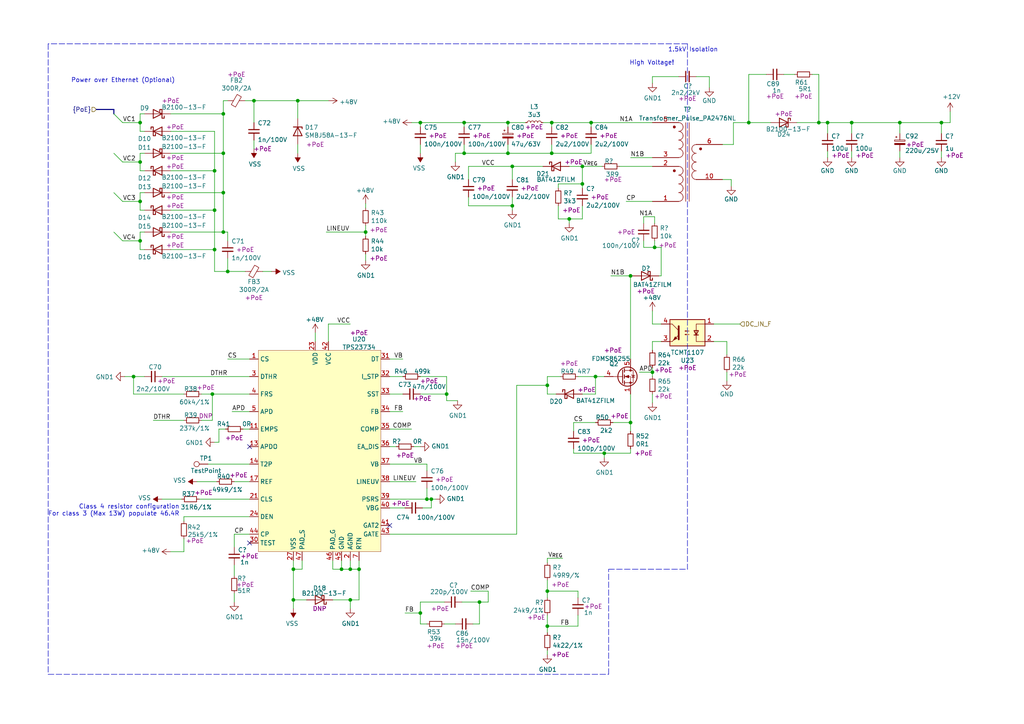
<source format=kicad_sch>
(kicad_sch (version 20210406) (generator eeschema)
  (paper "A4")
  (title_block (title "Power over Ethernet") (date "2021-01-12") (rev "0.1") (company "Nabu Casa") (comment 1 "www.nabucasa.com") (comment 2 "Light Blue"))
  (junction (at 38.735 109.22) (diameter 0.9144))
  (junction (at 40.64 35.56) (diameter 0.9144))
  (junction (at 40.64 46.99) (diameter 0.9144))
  (junction (at 40.64 58.42) (diameter 0.9144))
  (junction (at 40.64 69.85) (diameter 0.9144))
  (junction (at 61.595 114.3) (diameter 0.9144))
  (junction (at 62.23 49.53) (diameter 0.9144))
  (junction (at 62.23 60.96) (diameter 0.9144))
  (junction (at 62.23 72.39) (diameter 0.9144))
  (junction (at 64.77 33.02) (diameter 0.9144))
  (junction (at 64.77 44.45) (diameter 0.9144))
  (junction (at 64.77 55.88) (diameter 0.9144))
  (junction (at 64.77 67.31) (diameter 0.9144))
  (junction (at 66.04 78.74) (diameter 0.9144))
  (junction (at 73.66 29.21) (diameter 0.9144))
  (junction (at 85.09 165.1) (diameter 0.9144))
  (junction (at 85.09 173.99) (diameter 0.9144))
  (junction (at 86.36 29.21) (diameter 0.9144))
  (junction (at 99.06 165.1) (diameter 0.9144))
  (junction (at 101.6 165.1) (diameter 0.9144))
  (junction (at 101.6 173.99) (diameter 0.9144))
  (junction (at 104.14 165.1) (diameter 0.9144))
  (junction (at 106.045 67.31) (diameter 0.9144))
  (junction (at 121.92 35.56) (diameter 0.9144))
  (junction (at 121.92 177.8) (diameter 0.9144))
  (junction (at 123.825 144.78) (diameter 0.9144))
  (junction (at 125.095 144.78) (diameter 0.9144))
  (junction (at 129.54 114.3) (diameter 0.9144))
  (junction (at 134.62 35.56) (diameter 0.9144))
  (junction (at 134.62 44.45) (diameter 0.9144))
  (junction (at 139.065 174.625) (diameter 0.9144))
  (junction (at 147.32 35.56) (diameter 0.9144))
  (junction (at 147.32 44.45) (diameter 0.9144))
  (junction (at 148.59 48.26) (diameter 0.9144))
  (junction (at 148.59 59.69) (diameter 0.9144))
  (junction (at 158.75 111.76) (diameter 0.9144))
  (junction (at 158.75 171.45) (diameter 0.9144))
  (junction (at 158.75 181.61) (diameter 0.9144))
  (junction (at 160.02 35.56) (diameter 0.9144))
  (junction (at 160.02 44.45) (diameter 0.9144))
  (junction (at 165.1 63.5) (diameter 0.9144))
  (junction (at 168.91 48.26) (diameter 0.9144))
  (junction (at 168.91 53.34) (diameter 0.9144))
  (junction (at 171.45 35.56) (diameter 0.9144))
  (junction (at 172.72 109.22) (diameter 0.9144))
  (junction (at 175.26 131.445) (diameter 0.9144))
  (junction (at 182.88 80.01) (diameter 0.9144))
  (junction (at 182.88 122.555) (diameter 0.9144))
  (junction (at 189.23 107.95) (diameter 0.9144))
  (junction (at 189.865 71.755) (diameter 0.9144))
  (junction (at 217.17 35.56) (diameter 0.9144))
  (junction (at 237.49 35.56) (diameter 0.9144))
  (junction (at 240.03 35.56) (diameter 0.9144))
  (junction (at 247.015 35.56) (diameter 0.9144))
  (junction (at 260.985 35.56) (diameter 0.9144))
  (junction (at 273.05 35.56) (diameter 0.9144))
  (no_connect (at 72.39 129.54))
  (no_connect (at 72.39 157.48))
  (no_connect (at 113.03 152.4))
  (bus_entry (at 33.02 33.02) (size 2.54 2.54) (stroke (width 0.1524)))
  (bus_entry (at 33.02 44.45) (size 2.54 2.54) (stroke (width 0.1524)))
  (bus_entry (at 33.02 55.88) (size 2.54 2.54) (stroke (width 0.1524)))
  (bus_entry (at 33.02 67.31) (size 2.54 2.54) (stroke (width 0.1524)))
  (wire (pts (xy 35.56 35.56) (xy 40.64 35.56)))
  (wire (pts (xy 35.56 46.99) (xy 40.64 46.99)))
  (wire (pts (xy 35.56 58.42) (xy 40.64 58.42)))
  (wire (pts (xy 35.56 69.85) (xy 40.64 69.85)))
  (wire (pts (xy 36.195 109.22) (xy 38.735 109.22)))
  (wire (pts (xy 38.735 109.22) (xy 41.91 109.22)))
  (wire (pts (xy 38.735 114.3) (xy 38.735 109.22)))
  (wire (pts (xy 40.64 33.02) (xy 40.64 35.56)))
  (wire (pts (xy 40.64 38.1) (xy 40.64 35.56)))
  (wire (pts (xy 40.64 44.45) (xy 40.64 46.99)))
  (wire (pts (xy 40.64 49.53) (xy 40.64 46.99)))
  (wire (pts (xy 40.64 55.88) (xy 40.64 58.42)))
  (wire (pts (xy 40.64 60.96) (xy 40.64 58.42)))
  (wire (pts (xy 40.64 67.31) (xy 40.64 69.85)))
  (wire (pts (xy 40.64 72.39) (xy 40.64 69.85)))
  (wire (pts (xy 41.91 33.02) (xy 40.64 33.02)))
  (wire (pts (xy 41.91 38.1) (xy 40.64 38.1)))
  (wire (pts (xy 41.91 44.45) (xy 40.64 44.45)))
  (wire (pts (xy 41.91 49.53) (xy 40.64 49.53)))
  (wire (pts (xy 41.91 55.88) (xy 40.64 55.88)))
  (wire (pts (xy 41.91 60.96) (xy 40.64 60.96)))
  (wire (pts (xy 41.91 67.31) (xy 40.64 67.31)))
  (wire (pts (xy 41.91 72.39) (xy 40.64 72.39)))
  (wire (pts (xy 44.45 121.92) (xy 53.34 121.92)))
  (wire (pts (xy 46.99 109.22) (xy 72.39 109.22)))
  (wire (pts (xy 46.99 144.78) (xy 52.705 144.78)))
  (wire (pts (xy 49.53 33.02) (xy 64.77 33.02)))
  (wire (pts (xy 49.53 38.1) (xy 62.23 38.1)))
  (wire (pts (xy 49.53 44.45) (xy 64.77 44.45)))
  (wire (pts (xy 49.53 49.53) (xy 62.23 49.53)))
  (wire (pts (xy 49.53 55.88) (xy 64.77 55.88)))
  (wire (pts (xy 49.53 60.96) (xy 62.23 60.96)))
  (wire (pts (xy 49.53 67.31) (xy 64.77 67.31)))
  (wire (pts (xy 49.53 72.39) (xy 62.23 72.39)))
  (wire (pts (xy 53.34 114.3) (xy 38.735 114.3)))
  (wire (pts (xy 53.34 149.86) (xy 53.34 151.13)))
  (wire (pts (xy 53.34 156.21) (xy 53.34 160.02)))
  (wire (pts (xy 53.34 160.02) (xy 49.53 160.02)))
  (wire (pts (xy 57.15 139.7) (xy 62.865 139.7)))
  (wire (pts (xy 57.785 144.78) (xy 72.39 144.78)))
  (wire (pts (xy 58.42 114.3) (xy 61.595 114.3)))
  (wire (pts (xy 58.42 121.92) (xy 61.595 121.92)))
  (wire (pts (xy 60.325 134.62) (xy 72.39 134.62)))
  (wire (pts (xy 61.595 114.3) (xy 72.39 114.3)))
  (wire (pts (xy 61.595 121.92) (xy 61.595 114.3)))
  (wire (pts (xy 62.23 38.1) (xy 62.23 49.53)))
  (wire (pts (xy 62.23 49.53) (xy 62.23 60.96)))
  (wire (pts (xy 62.23 60.96) (xy 62.23 72.39)))
  (wire (pts (xy 62.23 72.39) (xy 62.23 78.74)))
  (wire (pts (xy 62.23 78.74) (xy 66.04 78.74)))
  (wire (pts (xy 63.5 124.46) (xy 63.5 128.27)))
  (wire (pts (xy 63.5 124.46) (xy 65.405 124.46)))
  (wire (pts (xy 63.5 128.27) (xy 62.23 128.27)))
  (wire (pts (xy 64.77 29.21) (xy 64.77 33.02)))
  (wire (pts (xy 64.77 29.21) (xy 66.04 29.21)))
  (wire (pts (xy 64.77 33.02) (xy 64.77 44.45)))
  (wire (pts (xy 64.77 44.45) (xy 64.77 55.88)))
  (wire (pts (xy 64.77 55.88) (xy 64.77 67.31)))
  (wire (pts (xy 64.77 67.31) (xy 66.04 67.31)))
  (wire (pts (xy 66.04 67.31) (xy 66.04 69.85)))
  (wire (pts (xy 66.04 74.93) (xy 66.04 78.74)))
  (wire (pts (xy 66.04 78.74) (xy 71.12 78.74)))
  (wire (pts (xy 66.04 104.14) (xy 72.39 104.14)))
  (wire (pts (xy 67.31 119.38) (xy 72.39 119.38)))
  (wire (pts (xy 67.945 139.7) (xy 72.39 139.7)))
  (wire (pts (xy 67.945 154.94) (xy 67.945 158.75)))
  (wire (pts (xy 67.945 154.94) (xy 72.39 154.94)))
  (wire (pts (xy 67.945 163.83) (xy 67.945 167.005)))
  (wire (pts (xy 67.945 172.085) (xy 67.945 174.625)))
  (wire (pts (xy 70.485 124.46) (xy 72.39 124.46)))
  (wire (pts (xy 71.12 29.21) (xy 73.66 29.21)))
  (wire (pts (xy 72.39 149.86) (xy 53.34 149.86)))
  (wire (pts (xy 73.66 29.21) (xy 73.66 35.56)))
  (wire (pts (xy 73.66 29.21) (xy 86.36 29.21)))
  (wire (pts (xy 73.66 40.64) (xy 73.66 43.18)))
  (wire (pts (xy 76.2 78.74) (xy 78.74 78.74)))
  (wire (pts (xy 85.09 165.1) (xy 85.09 162.56)))
  (wire (pts (xy 85.09 165.1) (xy 85.09 173.99)))
  (wire (pts (xy 85.09 173.99) (xy 85.09 176.53)))
  (wire (pts (xy 85.09 173.99) (xy 88.9 173.99)))
  (wire (pts (xy 86.36 29.21) (xy 95.25 29.21)))
  (wire (pts (xy 86.36 34.29) (xy 86.36 29.21)))
  (wire (pts (xy 86.36 41.91) (xy 86.36 44.45)))
  (wire (pts (xy 87.63 162.56) (xy 87.63 165.1)))
  (wire (pts (xy 87.63 165.1) (xy 85.09 165.1)))
  (wire (pts (xy 91.44 96.52) (xy 91.44 99.06)))
  (wire (pts (xy 94.615 67.31) (xy 106.045 67.31)))
  (wire (pts (xy 95.25 93.98) (xy 101.6 93.98)))
  (wire (pts (xy 95.25 99.06) (xy 95.25 93.98)))
  (wire (pts (xy 96.52 162.56) (xy 96.52 165.1)))
  (wire (pts (xy 96.52 165.1) (xy 99.06 165.1)))
  (wire (pts (xy 96.52 173.99) (xy 101.6 173.99)))
  (wire (pts (xy 99.06 162.56) (xy 99.06 165.1)))
  (wire (pts (xy 99.06 165.1) (xy 101.6 165.1)))
  (wire (pts (xy 101.6 162.56) (xy 101.6 165.1)))
  (wire (pts (xy 101.6 165.1) (xy 104.14 165.1)))
  (wire (pts (xy 101.6 173.99) (xy 101.6 176.53)))
  (wire (pts (xy 104.14 165.1) (xy 104.14 162.56)))
  (wire (pts (xy 104.14 165.1) (xy 104.14 173.99)))
  (wire (pts (xy 104.14 173.99) (xy 101.6 173.99)))
  (wire (pts (xy 106.045 59.055) (xy 106.045 60.325)))
  (wire (pts (xy 106.045 65.405) (xy 106.045 67.31)))
  (wire (pts (xy 106.045 67.31) (xy 106.045 68.58)))
  (wire (pts (xy 106.045 73.66) (xy 106.045 75.565)))
  (wire (pts (xy 113.03 104.14) (xy 116.84 104.14)))
  (wire (pts (xy 113.03 109.22) (xy 116.84 109.22)))
  (wire (pts (xy 113.03 114.3) (xy 116.84 114.3)))
  (wire (pts (xy 113.03 119.38) (xy 116.84 119.38)))
  (wire (pts (xy 113.03 124.46) (xy 119.38 124.46)))
  (wire (pts (xy 113.03 129.54) (xy 114.935 129.54)))
  (wire (pts (xy 113.03 134.62) (xy 123.825 134.62)))
  (wire (pts (xy 113.03 139.7) (xy 120.65 139.7)))
  (wire (pts (xy 113.03 144.78) (xy 123.825 144.78)))
  (wire (pts (xy 113.03 147.32) (xy 117.475 147.32)))
  (wire (pts (xy 113.03 154.94) (xy 149.86 154.94)))
  (wire (pts (xy 117.475 177.8) (xy 121.92 177.8)))
  (wire (pts (xy 119.38 35.56) (xy 121.92 35.56)))
  (wire (pts (xy 120.015 129.54) (xy 121.92 129.54)))
  (wire (pts (xy 121.92 35.56) (xy 121.92 36.83)))
  (wire (pts (xy 121.92 35.56) (xy 134.62 35.56)))
  (wire (pts (xy 121.92 41.91) (xy 121.92 44.45)))
  (wire (pts (xy 121.92 109.22) (xy 129.54 109.22)))
  (wire (pts (xy 121.92 114.3) (xy 129.54 114.3)))
  (wire (pts (xy 121.92 174.625) (xy 121.92 177.8)))
  (wire (pts (xy 121.92 180.975) (xy 121.92 177.8)))
  (wire (pts (xy 122.555 147.32) (xy 125.095 147.32)))
  (wire (pts (xy 123.825 134.62) (xy 123.825 136.525)))
  (wire (pts (xy 123.825 141.605) (xy 123.825 144.78)))
  (wire (pts (xy 123.825 144.78) (xy 125.095 144.78)))
  (wire (pts (xy 123.825 180.975) (xy 121.92 180.975)))
  (wire (pts (xy 125.095 144.78) (xy 126.365 144.78)))
  (wire (pts (xy 125.095 147.32) (xy 125.095 144.78)))
  (wire (pts (xy 128.905 174.625) (xy 121.92 174.625)))
  (wire (pts (xy 128.905 180.975) (xy 132.08 180.975)))
  (wire (pts (xy 129.54 109.22) (xy 129.54 114.3)))
  (wire (pts (xy 129.54 116.205) (xy 129.54 114.3)))
  (wire (pts (xy 132.08 44.45) (xy 132.08 46.99)))
  (wire (pts (xy 132.715 116.205) (xy 129.54 116.205)))
  (wire (pts (xy 133.985 174.625) (xy 139.065 174.625)))
  (wire (pts (xy 134.62 35.56) (xy 134.62 36.83)))
  (wire (pts (xy 134.62 35.56) (xy 147.32 35.56)))
  (wire (pts (xy 134.62 41.91) (xy 134.62 44.45)))
  (wire (pts (xy 134.62 44.45) (xy 132.08 44.45)))
  (wire (pts (xy 134.62 44.45) (xy 147.32 44.45)))
  (wire (pts (xy 135.89 48.26) (xy 135.89 52.07)))
  (wire (pts (xy 135.89 48.26) (xy 148.59 48.26)))
  (wire (pts (xy 135.89 57.15) (xy 135.89 59.69)))
  (wire (pts (xy 135.89 59.69) (xy 148.59 59.69)))
  (wire (pts (xy 137.16 180.975) (xy 139.065 180.975)))
  (wire (pts (xy 139.065 174.625) (xy 141.605 174.625)))
  (wire (pts (xy 139.065 180.975) (xy 139.065 174.625)))
  (wire (pts (xy 141.605 171.45) (xy 136.525 171.45)))
  (wire (pts (xy 141.605 174.625) (xy 141.605 171.45)))
  (wire (pts (xy 147.32 35.56) (xy 147.32 36.83)))
  (wire (pts (xy 147.32 35.56) (xy 152.4 35.56)))
  (wire (pts (xy 147.32 41.91) (xy 147.32 44.45)))
  (wire (pts (xy 147.32 44.45) (xy 160.02 44.45)))
  (wire (pts (xy 148.59 48.26) (xy 148.59 52.07)))
  (wire (pts (xy 148.59 48.26) (xy 157.48 48.26)))
  (wire (pts (xy 148.59 57.15) (xy 148.59 59.69)))
  (wire (pts (xy 148.59 59.69) (xy 148.59 60.96)))
  (wire (pts (xy 149.86 111.76) (xy 158.75 111.76)))
  (wire (pts (xy 149.86 154.94) (xy 149.86 111.76)))
  (wire (pts (xy 157.48 35.56) (xy 160.02 35.56)))
  (wire (pts (xy 158.75 109.22) (xy 162.56 109.22)))
  (wire (pts (xy 158.75 111.76) (xy 158.75 109.22)))
  (wire (pts (xy 158.75 114.3) (xy 158.75 111.76)))
  (wire (pts (xy 158.75 161.925) (xy 163.195 161.925)))
  (wire (pts (xy 158.75 163.195) (xy 158.75 161.925)))
  (wire (pts (xy 158.75 168.275) (xy 158.75 171.45)))
  (wire (pts (xy 158.75 171.45) (xy 158.75 173.355)))
  (wire (pts (xy 158.75 171.45) (xy 167.64 171.45)))
  (wire (pts (xy 158.75 178.435) (xy 158.75 181.61)))
  (wire (pts (xy 158.75 181.61) (xy 158.75 183.515)))
  (wire (pts (xy 158.75 188.595) (xy 158.75 189.865)))
  (wire (pts (xy 160.02 35.56) (xy 160.02 36.83)))
  (wire (pts (xy 160.02 35.56) (xy 171.45 35.56)))
  (wire (pts (xy 160.02 41.91) (xy 160.02 44.45)))
  (wire (pts (xy 160.02 44.45) (xy 171.45 44.45)))
  (wire (pts (xy 161.29 114.3) (xy 158.75 114.3)))
  (wire (pts (xy 161.925 53.34) (xy 168.91 53.34)))
  (wire (pts (xy 161.925 54.61) (xy 161.925 53.34)))
  (wire (pts (xy 161.925 59.69) (xy 161.925 63.5)))
  (wire (pts (xy 161.925 63.5) (xy 165.1 63.5)))
  (wire (pts (xy 165.1 48.26) (xy 168.91 48.26)))
  (wire (pts (xy 165.1 63.5) (xy 165.1 64.77)))
  (wire (pts (xy 165.1 63.5) (xy 168.91 63.5)))
  (wire (pts (xy 166.37 122.555) (xy 166.37 125.095)))
  (wire (pts (xy 166.37 131.445) (xy 166.37 130.175)))
  (wire (pts (xy 167.64 173.355) (xy 167.64 171.45)))
  (wire (pts (xy 167.64 178.435) (xy 167.64 181.61)))
  (wire (pts (xy 167.64 181.61) (xy 158.75 181.61)))
  (wire (pts (xy 168.91 48.26) (xy 168.91 53.34)))
  (wire (pts (xy 168.91 48.26) (xy 174.625 48.26)))
  (wire (pts (xy 168.91 53.34) (xy 168.91 54.61)))
  (wire (pts (xy 168.91 63.5) (xy 168.91 59.69)))
  (wire (pts (xy 168.91 114.3) (xy 172.72 114.3)))
  (wire (pts (xy 171.45 35.56) (xy 171.45 36.83)))
  (wire (pts (xy 171.45 35.56) (xy 189.23 35.56)))
  (wire (pts (xy 171.45 41.91) (xy 171.45 44.45)))
  (wire (pts (xy 172.72 109.22) (xy 167.64 109.22)))
  (wire (pts (xy 172.72 109.22) (xy 175.26 109.22)))
  (wire (pts (xy 172.72 114.3) (xy 172.72 109.22)))
  (wire (pts (xy 172.72 122.555) (xy 166.37 122.555)))
  (wire (pts (xy 175.26 131.445) (xy 166.37 131.445)))
  (wire (pts (xy 175.26 131.445) (xy 175.26 132.715)))
  (wire (pts (xy 177.165 80.01) (xy 182.88 80.01)))
  (wire (pts (xy 177.8 122.555) (xy 182.88 122.555)))
  (wire (pts (xy 179.705 48.26) (xy 189.23 48.26)))
  (wire (pts (xy 181.61 58.42) (xy 189.23 58.42)))
  (wire (pts (xy 182.88 45.72) (xy 189.23 45.72)))
  (wire (pts (xy 182.88 80.01) (xy 182.88 104.14)))
  (wire (pts (xy 182.88 80.01) (xy 183.515 80.01)))
  (wire (pts (xy 182.88 114.3) (xy 182.88 122.555)))
  (wire (pts (xy 182.88 122.555) (xy 182.88 125.095)))
  (wire (pts (xy 182.88 130.175) (xy 182.88 131.445)))
  (wire (pts (xy 182.88 131.445) (xy 175.26 131.445)))
  (wire (pts (xy 185.42 107.95) (xy 189.23 107.95)))
  (wire (pts (xy 186.69 62.865) (xy 186.69 64.77)))
  (wire (pts (xy 186.69 69.85) (xy 186.69 71.755)))
  (wire (pts (xy 186.69 71.755) (xy 189.865 71.755)))
  (wire (pts (xy 189.23 22.225) (xy 189.23 24.13)))
  (wire (pts (xy 189.23 93.98) (xy 189.23 90.17)))
  (wire (pts (xy 189.23 99.06) (xy 189.23 101.6)))
  (wire (pts (xy 189.23 106.68) (xy 189.23 107.95)))
  (wire (pts (xy 189.23 107.95) (xy 189.23 109.22)))
  (wire (pts (xy 189.23 114.3) (xy 189.23 116.84)))
  (wire (pts (xy 189.865 62.865) (xy 186.69 62.865)))
  (wire (pts (xy 189.865 64.77) (xy 189.865 62.865)))
  (wire (pts (xy 189.865 71.755) (xy 189.865 69.85)))
  (wire (pts (xy 191.135 80.01) (xy 191.77 80.01)))
  (wire (pts (xy 191.77 71.755) (xy 189.865 71.755)))
  (wire (pts (xy 191.77 80.01) (xy 191.77 71.755)))
  (wire (pts (xy 191.77 93.98) (xy 189.23 93.98)))
  (wire (pts (xy 191.77 99.06) (xy 189.23 99.06)))
  (wire (pts (xy 196.85 22.225) (xy 189.23 22.225)))
  (wire (pts (xy 205.74 22.225) (xy 201.93 22.225)))
  (wire (pts (xy 205.74 25.4) (xy 205.74 22.225)))
  (wire (pts (xy 207.01 93.98) (xy 214.63 93.98)))
  (wire (pts (xy 207.01 99.06) (xy 210.82 99.06)))
  (wire (pts (xy 209.55 41.91) (xy 212.725 41.91)))
  (wire (pts (xy 209.55 52.07) (xy 212.09 52.07)))
  (wire (pts (xy 210.82 99.06) (xy 210.82 102.87)))
  (wire (pts (xy 210.82 107.95) (xy 210.82 110.49)))
  (wire (pts (xy 212.09 52.07) (xy 212.09 53.975)))
  (wire (pts (xy 212.725 35.56) (xy 217.17 35.56)))
  (wire (pts (xy 212.725 41.91) (xy 212.725 35.56)))
  (wire (pts (xy 217.17 21.59) (xy 217.17 35.56)))
  (wire (pts (xy 217.17 35.56) (xy 223.52 35.56)))
  (wire (pts (xy 222.25 21.59) (xy 217.17 21.59)))
  (wire (pts (xy 227.33 21.59) (xy 230.505 21.59)))
  (wire (pts (xy 231.14 35.56) (xy 237.49 35.56)))
  (wire (pts (xy 235.585 21.59) (xy 237.49 21.59)))
  (wire (pts (xy 237.49 21.59) (xy 237.49 35.56)))
  (wire (pts (xy 237.49 35.56) (xy 240.03 35.56)))
  (wire (pts (xy 240.03 35.56) (xy 240.03 38.735)))
  (wire (pts (xy 240.03 35.56) (xy 247.015 35.56)))
  (wire (pts (xy 240.03 43.815) (xy 240.03 45.72)))
  (wire (pts (xy 247.015 35.56) (xy 247.015 38.735)))
  (wire (pts (xy 247.015 35.56) (xy 260.985 35.56)))
  (wire (pts (xy 247.015 43.815) (xy 247.015 45.72)))
  (wire (pts (xy 260.985 35.56) (xy 260.985 38.735)))
  (wire (pts (xy 260.985 35.56) (xy 273.05 35.56)))
  (wire (pts (xy 260.985 43.815) (xy 260.985 45.72)))
  (wire (pts (xy 273.05 35.56) (xy 273.05 38.735)))
  (wire (pts (xy 273.05 35.56) (xy 275.59 35.56)))
  (wire (pts (xy 273.05 43.815) (xy 273.05 45.72)))
  (wire (pts (xy 275.59 35.56) (xy 275.59 32.385)))
  (bus (pts (xy 27.94 31.75) (xy 33.02 31.75)))
  (bus (pts (xy 33.02 31.75) (xy 33.02 67.31)))
  (polyline (pts (xy 13.97 12.7) (xy 13.97 195.58)) (stroke (width 0) (type dash)))
  (polyline (pts (xy 13.97 195.58) (xy 176.53 195.58)) (stroke (width 0) (type dash)))
  (polyline (pts (xy 176.53 165.1) (xy 199.39 165.1)) (stroke (width 0) (type dash)))
  (polyline (pts (xy 176.53 195.58) (xy 176.53 165.1)) (stroke (width 0) (type dash)))
  (polyline (pts (xy 199.39 12.7) (xy 13.97 12.7)) (stroke (width 0) (type dash)))
  (polyline (pts (xy 199.39 12.7) (xy 199.39 165.1)) (stroke (width 0) (type dash)))
  (text "Power over Ethernet (Optional)" (at 50.8 24.13 180) (effects (font (size 1.27 1.27)) (justify right bottom)))
  (text "Class 4 resistor configuration\nFor class 3 (Max 13W) populate 46.4R" (at 52.07 149.86 0) (effects (font (size 1.27 1.27)) (justify right bottom)))
  (text "High Voltage!" (at 195.58 19.05 180) (effects (font (size 1.27 1.27)) (justify right bottom)))
  (text "1.5kV Isolation" (at 208.28 15.24 180) (effects (font (size 1.27 1.27)) (justify right bottom)))
  (label "VC1" (at 39.37 35.56 180))
  (label "VC2" (at 39.37 46.99 180))
  (label "VC3" (at 39.37 58.42 180))
  (label "VC4" (at 39.37 69.85 180))
  (label "DTHR" (at 44.45 121.92 0))
  (label "DTHR" (at 60.96 109.22 0))
  (label "CS" (at 66.04 104.14 0))
  (label "APD" (at 67.31 119.38 0))
  (label "CP" (at 67.945 154.94 0))
  (label "LINEUV" (at 94.615 67.31 0))
  (label "VCC" (at 101.6 93.98 180))
  (label "VB" (at 116.84 104.14 180))
  (label "FB" (at 116.84 119.38 180))
  (label "FB" (at 117.475 177.8 0))
  (label "COMP" (at 119.38 124.46 180))
  (label "LINEUV" (at 120.65 139.7 180))
  (label "VB" (at 122.555 134.62 180))
  (label "COMP" (at 136.525 171.45 0))
  (label "VCC" (at 139.7 48.26 0))
  (label "V_{REG}" (at 163.195 161.925 180))
  (label "FB" (at 165.1 181.61 180))
  (label "CS" (at 166.37 122.555 0))
  (label "V_{REG}" (at 173.355 48.26 180))
  (label "N1B" (at 177.165 80.01 0))
  (label "CP" (at 181.61 58.42 0))
  (label "N1B" (at 182.88 45.72 0))
  (label "N1A" (at 183.515 35.56 180))
  (label "APD" (at 185.42 107.95 0))
  (label "N1A" (at 189.23 62.865 180))
  (hierarchical_label "{PoE}" (shape input) (at 27.94 31.75 180))
  (hierarchical_label "DC_IN_F" (shape input) (at 214.63 93.98 0))
  (symbol (lib_id "power:VSS") (at 46.99 144.78 90) (unit 1)
    (property "Reference" "#PWR0255" (effects hide))
    (property "Value" "VSS" (at 43.8149 144.4117 90) (effects (justify left)))
  )
  (symbol (lib_id "power:+48V") (at 49.53 160.02 90) (unit 1)
    (property "Reference" "#PWR0256" (effects hide))
    (property "Value" "+48V" (at 46.3549 159.6517 90) (effects (justify left)))
  )
  (symbol (lib_id "power:VSS") (at 57.15 139.7 90) (unit 1)
    (property "Reference" "#PWR0248" (effects hide))
    (property "Value" "VSS" (at 53.9749 139.3317 90) (effects (justify left)))
  )
  (symbol (lib_id "power:VSS") (at 73.66 43.18 180) (unit 1)
    (property "Reference" "#PWR0252" (effects hide))
    (property "Value" "VSS" (at 75.8317 47.6251 0) (effects (justify left)))
  )
  (symbol (lib_id "power:VSS") (at 78.74 78.74 270) (unit 1)
    (property "Reference" "#PWR0245" (effects hide))
    (property "Value" "VSS" (at 81.9151 79.1083 90) (effects (justify left)))
  )
  (symbol (lib_id "power:VSS") (at 85.09 176.53 180) (unit 1)
    (property "Reference" "#PWR0251" (effects hide))
    (property "Value" "VSS" (at 84.7217 180.8544 0))
  )
  (symbol (lib_id "power:VSS") (at 86.36 44.45 180) (unit 1)
    (property "Reference" "#PWR0177" (effects hide))
    (property "Value" "VSS" (at 88.5317 48.8951 0) (effects (justify left)))
  )
  (symbol (lib_id "power:+48V") (at 91.44 96.52 0) (unit 1)
    (property "Reference" "#PWR0253" (effects hide))
    (property "Value" "+48V" (at 88.6333 92.7099 0) (effects (justify left)))
  )
  (symbol (lib_id "power:+48V") (at 95.25 29.21 270) (unit 1)
    (property "Reference" "#PWR0246" (effects hide))
    (property "Value" "+48V" (at 98.4251 29.5783 90) (effects (justify left)))
  )
  (symbol (lib_id "power:+48V") (at 106.045 59.055 0) (unit 1)
    (property "Reference" "#PWR0260" (effects hide))
    (property "Value" "+48V" (at 103.2383 55.2449 0) (effects (justify left)))
  )
  (symbol (lib_id "power:+48V") (at 119.38 35.56 90) (unit 1)
    (property "Reference" "#PWR0244" (effects hide))
    (property "Value" "+48V" (at 116.2049 35.1917 90) (effects (justify left)))
  )
  (symbol (lib_id "power:VSS") (at 121.92 44.45 180) (unit 1)
    (property "Reference" "#PWR0259" (effects hide))
    (property "Value" "VSS" (at 121.5517 48.7744 0))
  )
  (symbol (lib_id "power:+48V") (at 189.23 90.17 0) (unit 1)
    (property "Reference" "#PWR01" (effects hide))
    (property "Value" "+48V" (at 186.4233 86.3599 0) (effects (justify left)))
  )
  (symbol (lib_id "power:+12V") (at 275.59 32.385 0) (unit 1)
    (property "Reference" "#PWR0277" (effects hide))
    (property "Value" "+12V" (at 275.9583 28.0606 0))
  )
  (symbol (lib_id "Device:L_Small") (at 154.94 35.56 90) (unit 1)
    (property "Reference" "L3" (at 154.94 30.9688 90))
    (property "Value" "3u3" (at 154.94 33.267 90))
    (property "Footprint" "Inductor_SMD:L_Bourns_SRN6045TA" (effects hide))
    (property "Config" "+PoE" (at 154.94 36.83 90))
    (property "Manufacturer" "Bourns" (effects hide))
    (property "PartNumber" "SRN6045TA-3R3Y" (effects hide))
  )
  (symbol (lib_id "Connector:TestPoint") (at 60.325 134.62 90) (unit 1)
    (property "Reference" "TP1" (at 59.7535 132.9498 90))
    (property "Value" "TestPoint" (at 59.7535 136.5185 90))
    (property "Footprint" "TestPoint:TestPoint_Pad_D1.0mm" (effects hide))
  )
  (symbol (lib_id "power:GND1") (at 36.195 109.22 270) (unit 1)
    (property "Reference" "#PWR0247" (effects hide))
    (property "Value" "GND1" (at 33.0199 109.3343 90) (effects (justify right)))
  )
  (symbol (lib_id "power:GND1") (at 62.23 128.27 270) (unit 1)
    (property "Reference" "#PWR0249" (effects hide))
    (property "Value" "GND1" (at 59.0549 128.3843 90) (effects (justify right)))
  )
  (symbol (lib_id "power:GND1") (at 67.945 174.625 0) (unit 1)
    (property "Reference" "#PWR?" (effects hide))
    (property "Value" "GND1" (at 68.0593 178.9494 0))
  )
  (symbol (lib_id "power:GND1") (at 101.6 176.53 0) (unit 1)
    (property "Reference" "#PWR0250" (effects hide))
    (property "Value" "GND1" (at 101.7143 180.8544 0))
  )
  (symbol (lib_id "power:GND1") (at 106.045 75.565 0) (unit 1)
    (property "Reference" "#PWR0261" (effects hide))
    (property "Value" "GND1" (at 106.1593 79.8894 0))
  )
  (symbol (lib_id "power:GND1") (at 121.92 129.54 90) (unit 1)
    (property "Reference" "#PWR?" (effects hide))
    (property "Value" "GND1" (at 125.0951 129.4257 90) (effects (justify right)))
  )
  (symbol (lib_id "power:GND1") (at 126.365 144.78 90) (unit 1)
    (property "Reference" "#PWR0257" (effects hide))
    (property "Value" "GND1" (at 129.5401 144.6657 90) (effects (justify right)))
  )
  (symbol (lib_id "power:GND1") (at 132.08 46.99 0) (unit 1)
    (property "Reference" "#PWR0258" (effects hide))
    (property "Value" "GND1" (at 132.1943 51.3144 0))
  )
  (symbol (lib_id "power:GND1") (at 132.715 116.205 0) (unit 1)
    (property "Reference" "#PWR0265" (effects hide))
    (property "Value" "GND1" (at 132.8293 120.5294 0))
  )
  (symbol (lib_id "power:GND1") (at 148.59 60.96 0) (unit 1)
    (property "Reference" "#PWR0262" (effects hide))
    (property "Value" "GND1" (at 148.7043 65.2844 0))
  )
  (symbol (lib_id "power:GND1") (at 158.75 189.865 0) (unit 1)
    (property "Reference" "#PWR?" (effects hide))
    (property "Value" "GND1" (at 158.8643 194.1894 0))
  )
  (symbol (lib_id "power:GND1") (at 165.1 64.77 0) (unit 1)
    (property "Reference" "#PWR?" (effects hide))
    (property "Value" "GND1" (at 165.2143 69.0944 0))
  )
  (symbol (lib_id "power:GND1") (at 175.26 132.715 0) (unit 1)
    (property "Reference" "#PWR0266" (effects hide))
    (property "Value" "GND1" (at 175.3743 137.0394 0))
  )
  (symbol (lib_id "power:GND1") (at 189.23 24.13 0) (unit 1)
    (property "Reference" "#PWR?" (effects hide))
    (property "Value" "GND1" (at 189.3443 28.4544 0))
  )
  (symbol (lib_id "power:GND1") (at 189.23 116.84 0) (unit 1)
    (property "Reference" "#PWR02" (effects hide))
    (property "Value" "GND1" (at 189.3443 121.1644 0))
  )
  (symbol (lib_id "power:GND") (at 205.74 25.4 0) (unit 1)
    (property "Reference" "#PWR?" (effects hide))
    (property "Value" "GND" (at 207.7593 29.2101 0) (effects (justify right)))
  )
  (symbol (lib_id "power:GND") (at 210.82 110.49 0) (unit 1)
    (property "Reference" "#PWR03" (effects hide))
    (property "Value" "GND" (at 212.8393 114.3001 0) (effects (justify right)))
  )
  (symbol (lib_id "power:GND") (at 212.09 53.975 0) (unit 1)
    (property "Reference" "#PWR?" (effects hide))
    (property "Value" "GND" (at 214.1093 57.7851 0) (effects (justify right)))
  )
  (symbol (lib_id "power:GND") (at 240.03 45.72 0) (unit 1)
    (property "Reference" "#PWR?" (effects hide))
    (property "Value" "GND" (at 242.0493 49.5301 0) (effects (justify right)))
  )
  (symbol (lib_id "power:GND") (at 247.015 45.72 0) (unit 1)
    (property "Reference" "#PWR?" (effects hide))
    (property "Value" "GND" (at 249.0343 49.5301 0) (effects (justify right)))
  )
  (symbol (lib_id "power:GND") (at 260.985 45.72 0) (unit 1)
    (property "Reference" "#PWR0276" (effects hide))
    (property "Value" "GND" (at 263.0043 49.5301 0) (effects (justify right)))
  )
  (symbol (lib_id "power:GND") (at 273.05 45.72 0) (unit 1)
    (property "Reference" "#PWR?" (effects hide))
    (property "Value" "GND" (at 275.0693 49.5301 0) (effects (justify right)))
  )
  (symbol (lib_id "Device:R_Small") (at 53.34 153.67 180) (unit 1)
    (property "Reference" "R42" (at 58.1913 152.9144 0) (effects (justify left)))
    (property "Value" "25k5/1%" (at 63.271 155.061 0) (effects (justify left)))
    (property "Footprint" "Resistor_SMD:R_0402_1005Metric" (effects hide))
    (property "Config" "+PoE" (at 56.515 156.845 0))
  )
  (symbol (lib_id "Device:R_Small") (at 55.245 144.78 90) (unit 1)
    (property "Reference" "R37" (at 56.6356 143.2813 90) (effects (justify left)))
    (property "Value" "31R6/1%" (at 61.474 147.091 90) (effects (justify left)))
    (property "Footprint" "Resistor_SMD:R_0402_1005Metric" (effects hide))
    (property "Config" "+PoE" (at 59.055 142.875 90))
  )
  (symbol (lib_id "Device:R_Small") (at 55.88 114.3 90) (unit 1)
    (property "Reference" "R38" (at 57.2706 112.8013 90) (effects (justify left)))
    (property "Value" "60k4/1%" (at 60.839 116.611 90) (effects (justify left)))
    (property "Footprint" "Resistor_SMD:R_0402_1005Metric" (effects hide))
    (property "Config" "+PoE" (at 59.69 112.395 90))
  )
  (symbol (lib_id "Device:R_Small") (at 55.88 121.92 90) (unit 1)
    (property "Reference" "R39" (at 57.2706 120.4213 90) (effects (justify left)))
    (property "Value" "237k/1%" (at 60.839 124.231 90) (effects (justify left)))
    (property "Footprint" "Resistor_SMD:R_0402_1005Metric" (effects hide))
    (property "Config" "DNP" (at 59.69 120.65 90))
  )
  (symbol (lib_id "Device:R_Small") (at 65.405 139.7 90) (unit 1)
    (property "Reference" "R40" (at 66.7956 138.2013 90) (effects (justify left)))
    (property "Value" "49k9/1%" (at 70.364 142.011 90) (effects (justify left)))
    (property "Footprint" "Resistor_SMD:R_0402_1005Metric" (effects hide))
    (property "Config" "+PoE" (at 69.215 137.795 90))
  )
  (symbol (lib_id "Device:R_Small") (at 67.945 124.46 90) (unit 1)
    (property "Reference" "R41" (at 66.7956 122.9613 90) (effects (justify left)))
    (property "Value" "0R" (at 72.904 122.961 90) (effects (justify left)))
    (property "Footprint" "Resistor_SMD:R_0402_1005Metric" (effects hide))
    (property "Config" "+PoE" (at 67.945 127 90))
  )
  (symbol (lib_id "Device:R_Small") (at 67.945 169.545 0) (unit 1)
    (property "Reference" "R?" (at 68.8087 167.7606 0) (effects (justify left)))
    (property "Value" "51R" (at 68.809 171.329 0) (effects (justify left)))
    (property "Footprint" "Resistor_SMD:R_0402_1005Metric" (effects hide))
    (property "Config" "+PoE" (at 71.12 169.545 0))
  )
  (symbol (lib_id "Device:R_Small") (at 106.045 62.865 0) (unit 1)
    (property "Reference" "R43" (at 107.5437 61.7156 0) (effects (justify left)))
    (property "Value" "110k" (at 107.544 64.014 0) (effects (justify left)))
    (property "Footprint" "Resistor_SMD:R_0402_1005Metric" (effects hide))
    (property "Config" "+PoE" (at 109.855 66.675 0))
  )
  (symbol (lib_id "Device:R_Small") (at 106.045 71.12 0) (unit 1)
    (property "Reference" "R44" (at 107.5437 69.9706 0) (effects (justify left)))
    (property "Value" "10k" (at 107.544 72.269 0) (effects (justify left)))
    (property "Footprint" "Resistor_SMD:R_0402_1005Metric" (effects hide))
    (property "Config" "+PoE" (at 109.855 74.93 0))
  )
  (symbol (lib_id "Device:R_Small") (at 117.475 129.54 90) (unit 1)
    (property "Reference" "R?" (at 116.3256 128.0413 90) (effects (justify left)))
    (property "Value" "0R" (at 122.434 128.041 90) (effects (justify left)))
    (property "Footprint" "Resistor_SMD:R_0402_1005Metric" (effects hide))
    (property "Config" "+PoE" (at 117.475 132.08 90))
  )
  (symbol (lib_id "Device:R_Small") (at 119.38 109.22 90) (unit 1)
    (property "Reference" "R46" (at 118.2306 107.7213 90) (effects (justify left)))
    (property "Value" "499k" (at 124.974 107.721 90) (effects (justify left)))
    (property "Footprint" "Resistor_SMD:R_0402_1005Metric" (effects hide))
    (property "Config" "+PoE" (at 124.46 110.49 90))
  )
  (symbol (lib_id "Device:R_Small") (at 126.365 180.975 90) (unit 1)
    (property "Reference" "R53" (at 127.7556 183.2863 90) (effects (justify left)))
    (property "Value" "39k" (at 128.149 185.191 90) (effects (justify left)))
    (property "Footprint" "Resistor_SMD:R_0402_1005Metric" (effects hide))
    (property "Config" "+PoE" (at 126.365 187.325 90))
  )
  (symbol (lib_id "Device:R_Small") (at 158.75 165.735 0) (unit 1)
    (property "Reference" "R?" (at 160.2487 164.5856 0) (effects (justify left)))
    (property "Value" "49R9/%" (at 160.249 166.884 0) (effects (justify left)))
    (property "Footprint" "Resistor_SMD:R_0402_1005Metric" (effects hide))
    (property "Config" "+PoE" (at 162.56 169.545 0))
  )
  (symbol (lib_id "Device:R_Small") (at 158.75 175.895 0) (unit 1)
    (property "Reference" "R?" (at 155.1687 174.7456 0) (effects (justify left)))
    (property "Value" "24k9/1%" (at 148.819 177.044 0) (effects (justify left)))
    (property "Footprint" "Resistor_SMD:R_0402_1005Metric" (effects hide))
    (property "Config" "+PoE" (at 155.575 179.07 0))
  )
  (symbol (lib_id "Device:R_Small") (at 158.75 186.055 0) (unit 1)
    (property "Reference" "R?" (at 160.2487 184.9056 0) (effects (justify left)))
    (property "Value" "4k22/1%" (at 160.249 187.204 0) (effects (justify left)))
    (property "Footprint" "Resistor_SMD:R_0402_1005Metric" (effects hide))
    (property "Config" "+PoE" (at 162.56 189.865 0))
  )
  (symbol (lib_id "Device:R_Small") (at 161.925 57.15 0) (unit 1)
    (property "Reference" "R?" (at 163.4237 56.0006 0) (effects (justify left)))
    (property "Value" "3k3" (at 163.424 58.299 0) (effects (justify left)))
    (property "Footprint" "Resistor_SMD:R_0402_1005Metric" (effects hide))
    (property "Config" "+PoE" (at 165.735 60.96 0))
  )
  (symbol (lib_id "Device:R_Small") (at 165.1 109.22 90) (unit 1)
    (property "Reference" "R49" (at 166.4906 107.7213 90) (effects (justify left)))
    (property "Value" "4R7" (at 171.329 107.721 90) (effects (justify left)))
    (property "Footprint" "Resistor_SMD:R_0402_1005Metric" (effects hide))
    (property "Config" "+PoE" (at 165.1 105.41 90))
  )
  (symbol (lib_id "Device:R_Small") (at 175.26 122.555 90) (unit 1)
    (property "Reference" "R50" (at 176.6506 121.0563 90) (effects (justify left)))
    (property "Value" "2k2" (at 177.679 124.866 90) (effects (justify left)))
    (property "Footprint" "Resistor_SMD:R_0402_1005Metric" (effects hide))
    (property "Config" "+PoE" (at 179.705 120.65 90))
  )
  (symbol (lib_id "Device:R_Small") (at 177.165 48.26 90) (unit 1)
    (property "Reference" "R?" (at 177.9206 46.7613 90) (effects (justify left)))
    (property "Value" "3R9" (at 179.584 50.571 90) (effects (justify left)))
    (property "Footprint" "Resistor_SMD:R_1206_3216Metric" (effects hide))
    (property "Config" "+PoE" (at 177.8 52.07 90))
  )
  (symbol (lib_id "Device:R_Small") (at 182.88 127.635 0) (unit 1)
    (property "Reference" "R52" (at 184.3787 126.4856 0) (effects (justify left)))
    (property "Value" "0R1" (at 184.379 128.784 0) (effects (justify left)))
    (property "Footprint" "Resistor_SMD:R_0805_2012Metric" (effects hide))
    (property "Config" "+PoE" (at 186.69 131.445 0))
    (property "Characteristics" "0.1 Watt" (effects hide))
  )
  (symbol (lib_id "Device:R_Small") (at 189.23 104.14 0) (unit 1)
    (property "Reference" "R64" (at 190.7287 102.9906 0) (effects (justify left)))
    (property "Value" "22k" (at 190.729 105.289 0) (effects (justify left)))
    (property "Footprint" "Resistor_SMD:R_0402_1005Metric" (effects hide))
    (property "Config" "+PoE" (at 192.405 107.315 0))
  )
  (symbol (lib_id "Device:R_Small") (at 189.23 111.76 0) (unit 1)
    (property "Reference" "R65" (at 190.7287 110.6106 0) (effects (justify left)))
    (property "Value" "22k" (at 190.729 112.909 0) (effects (justify left)))
    (property "Footprint" "Resistor_SMD:R_0402_1005Metric" (effects hide))
    (property "Config" "+PoE" (at 192.405 114.935 0))
  )
  (symbol (lib_id "Device:R_Small") (at 189.865 67.31 0) (unit 1)
    (property "Reference" "R?" (at 191.3637 66.1606 0) (effects (justify left)))
    (property "Value" "10k" (at 191.364 68.459 0) (effects (justify left)))
    (property "Footprint" "Resistor_SMD:R_0402_1005Metric" (effects hide))
    (property "Config" "+PoE" (at 193.675 71.12 0))
  )
  (symbol (lib_id "Device:R_Small") (at 210.82 105.41 0) (unit 1)
    (property "Reference" "R66" (at 212.3187 104.2606 0) (effects (justify left)))
    (property "Value" "22k" (at 212.319 106.559 0) (effects (justify left)))
    (property "Footprint" "Resistor_SMD:R_0402_1005Metric" (effects hide))
    (property "Config" "+PoE" (at 213.995 108.585 0))
  )
  (symbol (lib_id "Device:R_Small") (at 233.045 21.59 90) (unit 1)
    (property "Reference" "R61" (at 234.4356 23.9013 90) (effects (justify left)))
    (property "Value" "5R1" (at 235.464 25.806 90) (effects (justify left)))
    (property "Footprint" "Resistor_SMD:R_0402_1005Metric" (effects hide))
    (property "Config" "+PoE" (at 233.045 27.94 90))
  )
  (symbol (lib_id "Device:CP_Small") (at 147.32 39.37 0) (unit 1)
    (property "Reference" "C80" (at 148.2091 36.9506 0) (effects (justify left)))
    (property "Value" "47u/63V" (at 148.209 41.789 0) (effects (justify left)))
    (property "Footprint" "Capacitor_SMD:C_Elec_8x10.2" (effects hide))
    (property "Config" "+PoE" (at 152.4 39.37 0))
    (property "Manufacturer" "Panasonic Electronic Components" (effects hide))
    (property "PartNumber" "EEE-HA1J470UP" (effects hide))
  )
  (symbol (lib_id "Device:CP_Small") (at 260.985 41.275 0) (unit 1)
    (property "Reference" "C92" (at 262.5091 39.4906 0) (effects (justify left)))
    (property "Value" "220u/25V" (at 262.509 43.694 0) (effects (justify left)))
    (property "Footprint" "Capacitor_Tantalum_SMD:CP_EIA-7343-31_Kemet-D" (effects hide))
    (property "Config" "+PoE" (at 265.43 41.91 0))
    (property "Manufacturer" "KEMET" (effects hide))
    (property "PartNumber" "T491X107K025AT" (effects hide))
  )
  (symbol (lib_id "Device:C_Small") (at 44.45 109.22 270) (unit 1)
    (property "Reference" "C70" (at 43.0594 106.4642 90) (effects (justify left)))
    (property "Value" "2n2/100V" (at 39.491 112.814 90) (effects (justify left)))
    (property "Footprint" "Capacitor_SMD:C_0805_2012Metric" (effects hide))
    (property "Config" "+PoE" (at 48.26 110.49 90))
  )
  (symbol (lib_id "Device:C_Small") (at 66.04 72.39 0) (unit 1)
    (property "Reference" "C71" (at 67.0942 69.9706 0) (effects (justify left)))
    (property "Value" "1n/100V" (at 67.094 74.809 0) (effects (justify left)))
    (property "Footprint" "Capacitor_SMD:C_0805_2012Metric" (effects hide))
    (property "Config" "+PoE" (at 71.12 72.39 0))
  )
  (symbol (lib_id "Device:C_Small") (at 67.945 161.29 0) (unit 1)
    (property "Reference" "C?" (at 68.9992 159.5056 0) (effects (justify left)))
    (property "Value" "1n" (at 69.634 163.074 0) (effects (justify left)))
    (property "Footprint" "Capacitor_SMD:C_0402_1005Metric" (effects hide))
    (property "Config" "+PoE" (at 72.39 161.29 0))
  )
  (symbol (lib_id "Device:C_Small") (at 73.66 38.1 0) (unit 1)
    (property "Reference" "C72" (at 74.7142 35.6806 0) (effects (justify left)))
    (property "Value" "1n/100V" (at 74.714 40.519 0) (effects (justify left)))
    (property "Footprint" "Capacitor_SMD:C_0805_2012Metric" (effects hide))
    (property "Config" "+PoE" (at 76.2 43.18 0))
  )
  (symbol (lib_id "Device:C_Small") (at 119.38 114.3 270) (unit 1)
    (property "Reference" "C73" (at 115.4494 111.5442 90) (effects (justify left)))
    (property "Value" "47n/100V" (at 119.501 112.179 90) (effects (justify left)))
    (property "Footprint" "Capacitor_SMD:C_0805_2012Metric" (effects hide))
    (property "Config" "+PoE" (at 122.555 115.57 90))
  )
  (symbol (lib_id "Device:C_Small") (at 120.015 147.32 90) (unit 1)
    (property "Reference" "C74" (at 118.8656 150.0758 90) (effects (justify left)))
    (property "Value" "100n/100V" (at 131.959 150.076 90) (effects (justify left)))
    (property "Footprint" "Capacitor_SMD:C_0805_2012Metric" (effects hide))
    (property "Config" "+PoE" (at 116.205 146.05 90))
  )
  (symbol (lib_id "Device:C_Small") (at 121.92 39.37 0) (unit 1)
    (property "Reference" "C75" (at 122.9742 36.9506 0) (effects (justify left)))
    (property "Value" "100n/100V" (at 122.974 41.789 0) (effects (justify left)))
    (property "Footprint" "Capacitor_SMD:C_0805_2012Metric" (effects hide))
    (property "Config" "+PoE" (at 127 39.37 0))
  )
  (symbol (lib_id "Device:C_Small") (at 123.825 139.065 0) (unit 1)
    (property "Reference" "C76" (at 124.8792 136.6456 0) (effects (justify left)))
    (property "Value" "100n/100V" (at 124.879 141.484 0) (effects (justify left)))
    (property "Footprint" "Capacitor_SMD:C_0805_2012Metric" (effects hide))
    (property "Config" "+PoE" (at 128.905 139.065 0))
  )
  (symbol (lib_id "Device:C_Small") (at 131.445 174.625 90) (unit 1)
    (property "Reference" "C?" (at 132.8356 169.7608 90) (effects (justify left)))
    (property "Value" "220p/100V" (at 135.769 171.666 90) (effects (justify left)))
    (property "Footprint" "Capacitor_SMD:C_0805_2012Metric" (effects hide))
    (property "Config" "+PoE" (at 127.635 176.53 90))
  )
  (symbol (lib_id "Device:C_Small") (at 134.62 39.37 0) (unit 1)
    (property "Reference" "C77" (at 135.6742 36.9506 0) (effects (justify left)))
    (property "Value" "100n/100V" (at 135.674 41.789 0) (effects (justify left)))
    (property "Footprint" "Capacitor_SMD:C_0805_2012Metric" (effects hide))
    (property "Config" "+PoE" (at 139.7 39.37 0))
  )
  (symbol (lib_id "Device:C_Small") (at 134.62 180.975 90) (unit 1)
    (property "Reference" "C86" (at 136.0106 183.7308 90) (effects (justify left)))
    (property "Value" "15n/100V" (at 142.119 185.636 90) (effects (justify left)))
    (property "Footprint" "Capacitor_SMD:C_0805_2012Metric" (effects hide))
    (property "Config" "+PoE" (at 134.62 187.325 90))
  )
  (symbol (lib_id "Device:C_Small") (at 135.89 54.61 0) (unit 1)
    (property "Reference" "C79" (at 136.9442 52.1906 0) (effects (justify left)))
    (property "Value" "100n/100V" (at 136.944 57.029 0) (effects (justify left)))
    (property "Footprint" "Capacitor_SMD:C_0805_2012Metric" (effects hide))
    (property "Config" "+PoE" (at 140.97 54.61 0))
  )
  (symbol (lib_id "Device:C_Small") (at 148.59 54.61 0) (unit 1)
    (property "Reference" "C81" (at 149.6442 52.1906 0) (effects (justify left)))
    (property "Value" "2u2/100V" (at 149.644 57.029 0) (effects (justify left)))
    (property "Footprint" "Capacitor_SMD:C_0805_2012Metric" (effects hide))
    (property "Config" "+PoE" (at 153.67 54.61 0))
  )
  (symbol (lib_id "Device:C_Small") (at 160.02 39.37 0) (unit 1)
    (property "Reference" "C82" (at 161.0742 36.9506 0) (effects (justify left)))
    (property "Value" "2u2/100V" (at 161.074 41.789 0) (effects (justify left)))
    (property "Footprint" "Capacitor_SMD:C_0805_2012Metric" (effects hide))
    (property "Config" "+PoE" (at 165.1 39.37 0))
  )
  (symbol (lib_id "Device:C_Small") (at 166.37 127.635 0) (unit 1)
    (property "Reference" "C83" (at 167.4242 125.2156 0) (effects (justify left)))
    (property "Value" "100p/100V" (at 167.424 130.054 0) (effects (justify left)))
    (property "Footprint" "Capacitor_SMD:C_0805_2012Metric" (effects hide))
    (property "Config" "+PoE" (at 171.45 127.635 0))
  )
  (symbol (lib_id "Device:C_Small") (at 167.64 175.895 0) (unit 1)
    (property "Reference" "C?" (at 168.6942 174.1106 0) (effects (justify left)))
    (property "Value" "1n" (at 169.329 177.679 0) (effects (justify left)))
    (property "Footprint" "Capacitor_SMD:C_0402_1005Metric" (effects hide))
    (property "Config" "+PoE" (at 172.085 175.895 0))
  )
  (symbol (lib_id "Device:C_Small") (at 168.91 57.15 0) (unit 1)
    (property "Reference" "C?" (at 169.9642 54.7306 0) (effects (justify left)))
    (property "Value" "2u2/100V" (at 169.964 59.569 0) (effects (justify left)))
    (property "Footprint" "Capacitor_SMD:C_0805_2012Metric" (effects hide))
    (property "Config" "+PoE" (at 173.99 57.15 0))
  )
  (symbol (lib_id "Device:C_Small") (at 171.45 39.37 0) (unit 1)
    (property "Reference" "C84" (at 172.5042 36.9506 0) (effects (justify left)))
    (property "Value" "2u2/100V" (at 172.504 41.789 0) (effects (justify left)))
    (property "Footprint" "Capacitor_SMD:C_0805_2012Metric" (effects hide))
    (property "Config" "+PoE" (at 176.53 39.37 0))
  )
  (symbol (lib_id "Device:C_Small") (at 186.69 67.31 180) (unit 1)
    (property "Reference" "C?" (at 185.6358 69.7294 0) (effects (justify left)))
    (property "Value" "100n/100V" (at 185.636 71.241 0) (effects (justify left)))
    (property "Footprint" "Capacitor_SMD:C_0805_2012Metric" (effects hide))
    (property "Config" "+PoE" (at 181.61 67.31 0))
  )
  (symbol (lib_id "Device:C_Small") (at 199.39 22.225 90) (unit 1)
    (property "Reference" "C?" (at 200.7806 24.9808 90) (effects (justify left)))
    (property "Value" "2n2/2kV" (at 203.079 26.886 90) (effects (justify left)))
    (property "Footprint" "Capacitor_SMD:C_0402_1005Metric" (effects hide))
    (property "Config" "+PoE" (at 199.39 28.575 90))
  )
  (symbol (lib_id "Device:C_Small") (at 224.79 21.59 90) (unit 1)
    (property "Reference" "C89" (at 226.1806 24.3458 90) (effects (justify left)))
    (property "Value" "1n" (at 226.574 26.251 90) (effects (justify left)))
    (property "Footprint" "Capacitor_SMD:C_0402_1005Metric" (effects hide))
    (property "Config" "+PoE" (at 224.79 27.94 90))
  )
  (symbol (lib_id "Device:C_Small") (at 240.03 41.275 0) (unit 1)
    (property "Reference" "C?" (at 241.0842 39.4906 0) (effects (justify left)))
    (property "Value" "100u" (at 241.084 43.059 0) (effects (justify left)))
    (property "Footprint" "Capacitor_SMD:C_0402_1005Metric" (effects hide))
    (property "Config" "+PoE" (at 243.84 45.085 0))
  )
  (symbol (lib_id "Device:C_Small") (at 247.015 41.275 0) (unit 1)
    (property "Reference" "C?" (at 248.0692 39.4906 0) (effects (justify left)))
    (property "Value" "100u" (at 248.069 43.059 0) (effects (justify left)))
    (property "Footprint" "Capacitor_SMD:C_0402_1005Metric" (effects hide))
    (property "Config" "+PoE" (at 250.825 45.085 0))
  )
  (symbol (lib_id "Device:C_Small") (at 273.05 41.275 0) (unit 1)
    (property "Reference" "C?" (at 274.1042 39.4906 0) (effects (justify left)))
    (property "Value" "1u" (at 274.104 43.059 0) (effects (justify left)))
    (property "Footprint" "Capacitor_SMD:C_0402_1005Metric" (effects hide))
    (property "Config" "+PoE" (at 276.86 45.085 0))
  )
  (symbol (lib_id "Device:Ferrite_Bead_Small") (at 68.58 29.21 90) (unit 1)
    (property "Reference" "FB2" (at 68.58 23.298 90))
    (property "Value" "300R/2A" (at 68.58 25.597 90))
    (property "Footprint" "Resistor_SMD:R_0805_2012Metric" (effects hide))
    (property "Config" "+PoE" (at 68.58 21.59 90))
    (property "Manufacturer" "Würth Elektronik" (effects hide))
    (property "PartNumber" "742792031" (effects hide))
  )
  (symbol (lib_id "Device:Ferrite_Bead_Small") (at 73.66 78.74 90) (unit 1)
    (property "Reference" "FB3" (at 73.66 81.718 90))
    (property "Value" "300R/2A" (at 73.66 84.017 90))
    (property "Footprint" "Resistor_SMD:R_0805_2012Metric" (effects hide))
    (property "Config" "+PoE" (at 73.66 86.36 90))
    (property "Manufacturer" "Würth Elektronik" (effects hide))
    (property "PartNumber" "742792031" (effects hide))
  )
  (symbol (lib_id "Device:D_Schottky") (at 45.72 33.02 180) (unit 1)
    (property "Reference" "D9" (at 41.91 31.3498 0))
    (property "Value" "B2100-13-F" (at 53.34 31.108 0))
    (property "Footprint" "Diode_SMD:D_SMB" (effects hide))
    (property "Config" "+PoE" (at 49.53 29.21 0))
    (property "Manufacturer" "Diodes Incorporated" (effects hide))
    (property "PartNumber" "B2100-13-F" (effects hide))
  )
  (symbol (lib_id "Device:D_Schottky") (at 45.72 38.1 0) (unit 1)
    (property "Reference" "D10" (at 41.91 40.2398 0))
    (property "Value" "B2100-13-F" (at 53.34 39.998 0))
    (property "Footprint" "Diode_SMD:D_SMB" (effects hide))
    (property "Config" "+PoE" (at 50.8 36.83 0))
    (property "Manufacturer" "Diodes Incorporated" (effects hide))
    (property "PartNumber" "B2100-13-F" (effects hide))
  )
  (symbol (lib_id "Device:D_Schottky") (at 45.72 44.45 180) (unit 1)
    (property "Reference" "D11" (at 41.91 42.7798 0))
    (property "Value" "B2100-13-F" (at 53.34 42.538 0))
    (property "Footprint" "Diode_SMD:D_SMB" (effects hide))
    (property "Config" "+PoE" (at 50.8 45.72 0))
    (property "Manufacturer" "Diodes Incorporated" (effects hide))
    (property "PartNumber" "B2100-13-F" (effects hide))
  )
  (symbol (lib_id "Device:D_Schottky") (at 45.72 49.53 0) (unit 1)
    (property "Reference" "D12" (at 41.91 51.6698 0))
    (property "Value" "B2100-13-F" (at 53.34 51.428 0))
    (property "Footprint" "Diode_SMD:D_SMB" (effects hide))
    (property "Config" "+PoE" (at 50.8 48.26 0))
    (property "Manufacturer" "Diodes Incorporated" (effects hide))
    (property "PartNumber" "B2100-13-F" (effects hide))
  )
  (symbol (lib_id "Device:D_Schottky") (at 45.72 55.88 180) (unit 1)
    (property "Reference" "D13" (at 41.91 54.2098 0))
    (property "Value" "B2100-13-F" (at 53.34 53.968 0))
    (property "Footprint" "Diode_SMD:D_SMB" (effects hide))
    (property "Config" "+PoE" (at 50.8 57.15 0))
    (property "Manufacturer" "Diodes Incorporated" (effects hide))
    (property "PartNumber" "B2100-13-F" (effects hide))
  )
  (symbol (lib_id "Device:D_Schottky") (at 45.72 60.96 0) (unit 1)
    (property "Reference" "D14" (at 41.91 63.0998 0))
    (property "Value" "B2100-13-F" (at 53.34 62.858 0))
    (property "Footprint" "Diode_SMD:D_SMB" (effects hide))
    (property "Config" "+PoE" (at 50.8 59.69 0))
    (property "Manufacturer" "Diodes Incorporated" (effects hide))
    (property "PartNumber" "B2100-13-F" (effects hide))
  )
  (symbol (lib_id "Device:D_Schottky") (at 45.72 67.31 180) (unit 1)
    (property "Reference" "D15" (at 41.91 65.6398 0))
    (property "Value" "B2100-13-F" (at 53.34 65.398 0))
    (property "Footprint" "Diode_SMD:D_SMB" (effects hide))
    (property "Config" "+PoE" (at 50.8 68.58 0))
    (property "Manufacturer" "Diodes Incorporated" (effects hide))
    (property "PartNumber" "B2100-13-F" (effects hide))
  )
  (symbol (lib_id "Device:D_Schottky") (at 45.72 72.39 0) (unit 1)
    (property "Reference" "D16" (at 41.91 74.5298 0))
    (property "Value" "B2100-13-F" (at 53.34 74.288 0))
    (property "Footprint" "Diode_SMD:D_SMB" (effects hide))
    (property "Config" "+PoE" (at 50.8 71.12 0))
    (property "Manufacturer" "Diodes Incorporated" (effects hide))
    (property "PartNumber" "B2100-13-F" (effects hide))
  )
  (symbol (lib_id "Device:D_Zener") (at 86.36 38.1 270) (unit 1)
    (property "Reference" "D17" (at 88.3921 36.9506 90) (effects (justify left)))
    (property "Value" "SMBJ58A-13-F" (at 88.392 39.249 90) (effects (justify left)))
    (property "Footprint" "Diode_SMD:D_SMB" (effects hide))
    (property "Datasheet" "https://www.diodes.com/assets/Datasheets/ds19002.pdf" (effects hide))
    (property "Config" "+PoE" (at 91.44 41.91 90))
    (property "Manufacturer" "Diodes Incorporated" (effects hide))
    (property "PartNumber" "SMBJ58A-13-F" (effects hide))
  )
  (symbol (lib_id "Device:D_Schottky") (at 92.71 173.99 180) (unit 1)
    (property "Reference" "D18" (at 92.71 170.5802 0))
    (property "Value" "B2100-13-F" (at 93.98 172.092 0))
    (property "Footprint" "Diode_SMD:D_SMB" (effects hide))
    (property "Config" "DNP" (at 92.71 176.53 0))
    (property "Manufacturer" "Diodes Incorporated" (effects hide))
    (property "PartNumber" "B3100-13-F" (effects hide))
  )
  (symbol (lib_id "Device:D_Schottky") (at 161.29 48.26 0) (unit 1)
    (property "Reference" "D21" (at 157.48 50.3998 0))
    (property "Value" "BAT41ZFILM" (at 161.29 52.063 0))
    (property "Footprint" "Diode_SMD:D_SOD-123" (effects hide))
    (property "Config" "+PoE" (at 166.37 46.99 0))
    (property "Manufacturer" "STMicroelectronics" (effects hide))
    (property "PartNumber" "BAT41ZFILM" (effects hide))
  )
  (symbol (lib_id "Device:D_Schottky") (at 165.1 114.3 0) (unit 1)
    (property "Reference" "D20" (at 161.29 116.4398 0))
    (property "Value" "BAT41ZFILM" (at 172.72 116.198 0))
    (property "Footprint" "Diode_SMD:D_SOD-123" (effects hide))
    (property "Config" "+PoE" (at 170.18 113.03 0))
    (property "Manufacturer" "STMicroelectronics" (effects hide))
    (property "PartNumber" "BAT41ZFILM" (effects hide))
  )
  (symbol (lib_id "Device:D_Schottky") (at 187.325 80.01 180) (unit 1)
    (property "Reference" "D?" (at 187.325 77.8702 0))
    (property "Value" "BAT41ZFILM" (at 189.23 82.557 0))
    (property "Footprint" "Diode_SMD:D_SOD-123" (effects hide))
    (property "Config" "+PoE" (at 187.325 84.455 0))
    (property "Manufacturer" "STMicroelectronics" (effects hide))
    (property "PartNumber" "BAT41ZFILM" (effects hide))
  )
  (symbol (lib_id "Device:D_Schottky") (at 227.33 35.56 0) (mirror y) (unit 1)
    (property "Reference" "D24" (at 227.33 38.9698 0))
    (property "Value" "B2100-13-F" (at 228.6 37.458 0))
    (property "Footprint" "Diode_SMD:D_SMB" (effects hide))
    (property "Config" "+PoE" (at 227.33 33.02 0))
    (property "Manufacturer" "Diodes Incorporated" (effects hide))
    (property "PartNumber" "B3100-13-F" (effects hide))
  )
  (symbol (lib_id "Transistor_FET:FDMS86255") (at 180.34 109.22 0) (unit 1)
    (property "Reference" "Q2" (at 176.6571 105.5306 0) (effects (justify left)))
    (property "Value" "FDMS86255" (at 171.5771 104.0193 0) (effects (justify left)))
    (property "Footprint" "Package_TO_SOT_SMD:TDSON-8-1" (effects hide))
    (property "Datasheet" "https://www.onsemi.com/pub/Collateral/FDMS86255-D.pdf" (effects hide))
    (property "Config" "+PoE" (at 177.8 101.6 0))
    (property "Manufacturer" "ON Semiconductor" (effects hide))
    (property "PartNumber" "FDMS86255" (effects hide))
  )
  (symbol (lib_id "Isolator:TCMT1107") (at 199.39 96.52 0) (mirror y) (unit 1)
    (property "Reference" "U23" (at 199.39 104.5402 0))
    (property "Value" "TCMT1107" (at 199.39 102.2415 0))
    (property "Footprint" "Package_SO:SOP-4_4.4x2.6mm_P1.27mm" (effects hide))
    (property "Datasheet" "http://www.vishay.com/docs/83510/tcmt1100.pdf" (effects hide))
    (property "Config" "+PoE" (at 199.39 106.68 0))
    (property "Manufacturer" "Vishay Semiconductor Opto Division" (effects hide))
    (property "PartNumber" "TCMT1107" (effects hide))
  )
  (symbol (lib_id "LightBlue:Transformer_Pulse_PA2476NL") (at 199.39 45.72 0) (unit 1)
    (property "Reference" "T?" (at 199.39 31.75 0))
    (property "Value" "Transformer_Pulse_PA2476NL" (at 199.39 34.29 0))
    (property "Footprint" "LightBlue:Transformer_EPQ-13" (effects hide))
    (property "Datasheet" "https://www.we-online.de/katalog/datasheet/749119550.pdf" (effects hide))
  )
  (symbol (lib_id "LightBlue:TPS23734") (at 92.71 130.81 0) (unit 1)
    (property "Reference" "U20" (at 104.14 98.4058 0))
    (property "Value" "TPS23734" (at 104.14 100.7045 0))
    (property "Footprint" "LightBlue:Texas_VQFN-47-2EP_5x7mm_P0.4mm_ThermalVias" (effects hide))
    (property "Datasheet" "https://www.ti.com/lit/ds/symlink/tps23734.pdf" (effects hide))
    (property "Config" "+PoE" (at 104.14 96.52 0))
    (property "Manufacturer" "Texas Instruments" (effects hide))
    (property "PartNumber" "TPS23734RMTR" (effects hide))
  )
)
</source>
